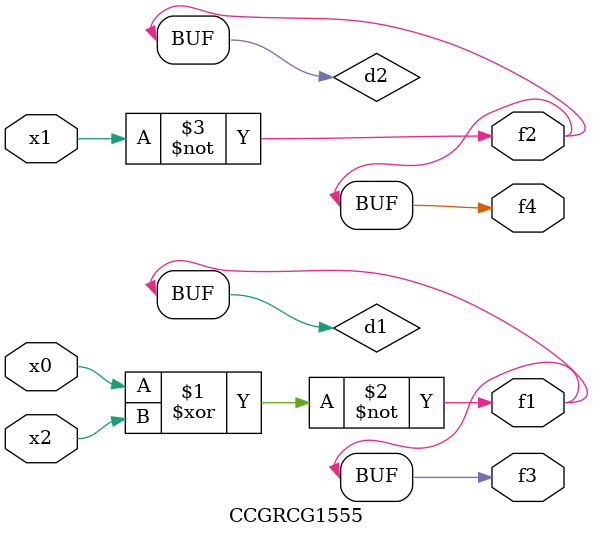
<source format=v>
module CCGRCG1555(
	input x0, x1, x2,
	output f1, f2, f3, f4
);

	wire d1, d2, d3;

	xnor (d1, x0, x2);
	nand (d2, x1);
	nor (d3, x1, x2);
	assign f1 = d1;
	assign f2 = d2;
	assign f3 = d1;
	assign f4 = d2;
endmodule

</source>
